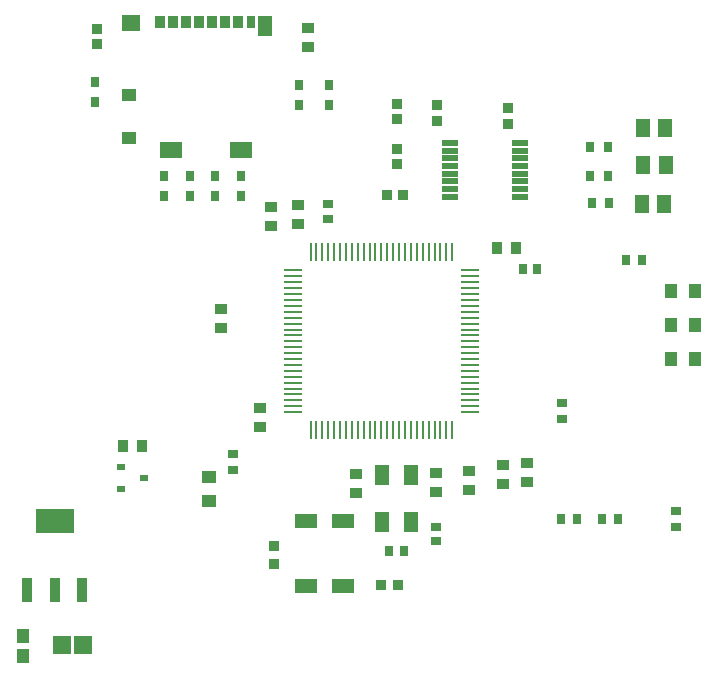
<source format=gtp>
G04*
G04 #@! TF.GenerationSoftware,Altium Limited,Altium Designer,21.4.1 (30)*
G04*
G04 Layer_Color=8421504*
%FSLAX25Y25*%
%MOIN*%
G70*
G04*
G04 #@! TF.SameCoordinates,5141BEB0-0B1F-41B6-A3F9-944F83B17515*
G04*
G04*
G04 #@! TF.FilePolarity,Positive*
G04*
G01*
G75*
%ADD16R,0.03937X0.03543*%
%ADD17R,0.03150X0.03543*%
%ADD18R,0.03543X0.02953*%
%ADD19O,0.00984X0.06102*%
%ADD20O,0.06102X0.00984*%
%ADD21R,0.03347X0.03543*%
%ADD22R,0.03543X0.03347*%
%ADD23R,0.02953X0.04331*%
%ADD24R,0.03347X0.04331*%
%ADD25R,0.04724X0.03937*%
%ADD26R,0.07480X0.05315*%
%ADD27R,0.04606X0.07087*%
%ADD28R,0.06102X0.05315*%
G04:AMPARAMS|DCode=29|XSize=17.72mil|YSize=55.12mil|CornerRadius=1.95mil|HoleSize=0mil|Usage=FLASHONLY|Rotation=90.000|XOffset=0mil|YOffset=0mil|HoleType=Round|Shape=RoundedRectangle|*
%AMROUNDEDRECTD29*
21,1,0.01772,0.05122,0,0,90.0*
21,1,0.01382,0.05512,0,0,90.0*
1,1,0.00390,0.02561,0.00691*
1,1,0.00390,0.02561,-0.00691*
1,1,0.00390,-0.02561,-0.00691*
1,1,0.00390,-0.02561,0.00691*
%
%ADD29ROUNDEDRECTD29*%
%ADD30R,0.04000X0.05000*%
%ADD31R,0.12795X0.08465*%
%ADD32R,0.03740X0.08465*%
%ADD33R,0.03985X0.04562*%
%ADD34R,0.06213X0.06127*%
%ADD35R,0.03543X0.03937*%
%ADD36R,0.02953X0.03543*%
%ADD37R,0.03591X0.03772*%
%ADD38R,0.03772X0.03591*%
%ADD39R,0.05118X0.05906*%
%ADD40R,0.03197X0.02593*%
%ADD41R,0.04724X0.07087*%
%ADD42R,0.02756X0.02362*%
%ADD43R,0.02593X0.03197*%
%ADD44R,0.05000X0.04000*%
%ADD45R,0.07480X0.05118*%
%ADD46R,0.02756X0.03543*%
D16*
X537000Y312150D02*
D03*
Y305850D02*
D03*
X610000Y160850D02*
D03*
Y167150D02*
D03*
X553000Y157201D02*
D03*
Y163500D02*
D03*
X508000Y218650D02*
D03*
X602000Y160350D02*
D03*
X524500Y252650D02*
D03*
X533500Y253150D02*
D03*
X521000Y185500D02*
D03*
X579500Y157701D02*
D03*
X590500Y158350D02*
D03*
X602000Y166650D02*
D03*
X524500Y246350D02*
D03*
X533500Y246850D02*
D03*
X521000Y179201D02*
D03*
X579500Y164000D02*
D03*
X590500Y164650D02*
D03*
X508000Y212350D02*
D03*
D17*
X514500Y256307D02*
D03*
Y263000D02*
D03*
X497500Y256307D02*
D03*
Y263000D02*
D03*
X534000Y286653D02*
D03*
Y293347D02*
D03*
X544000Y286653D02*
D03*
Y293347D02*
D03*
X489000Y256307D02*
D03*
Y263000D02*
D03*
X506000Y256307D02*
D03*
Y263000D02*
D03*
X466000Y287653D02*
D03*
Y294346D02*
D03*
D18*
X543500Y253500D02*
D03*
Y248776D02*
D03*
X579500Y146000D02*
D03*
Y141276D02*
D03*
D19*
X537815Y178248D02*
D03*
X539783D02*
D03*
X541752D02*
D03*
X543720D02*
D03*
X545689D02*
D03*
X547657D02*
D03*
X549626D02*
D03*
X551594D02*
D03*
X553563D02*
D03*
X559469D02*
D03*
X561437D02*
D03*
X563406D02*
D03*
X565374D02*
D03*
X567343D02*
D03*
X569311D02*
D03*
X571279D02*
D03*
X581122D02*
D03*
X583090D02*
D03*
X585059D02*
D03*
Y237500D02*
D03*
X583090D02*
D03*
X581122D02*
D03*
X579153D02*
D03*
X577185D02*
D03*
X575216D02*
D03*
X573248D02*
D03*
X571279D02*
D03*
X569311D02*
D03*
X567343D02*
D03*
X565374D02*
D03*
X563406D02*
D03*
X561437D02*
D03*
X559469D02*
D03*
X557500D02*
D03*
X555532D02*
D03*
X553563D02*
D03*
X551594D02*
D03*
X549626D02*
D03*
X547657D02*
D03*
X545689D02*
D03*
X543720D02*
D03*
X541752D02*
D03*
X537815D02*
D03*
X579153Y178248D02*
D03*
X577185D02*
D03*
X573248D02*
D03*
X557500D02*
D03*
X539783Y237500D02*
D03*
X575216Y178248D02*
D03*
X555532D02*
D03*
D20*
X591063Y184252D02*
D03*
Y190157D02*
D03*
Y192126D02*
D03*
Y194095D02*
D03*
Y196063D02*
D03*
Y198031D02*
D03*
Y200000D02*
D03*
Y201969D02*
D03*
Y203937D02*
D03*
Y205906D02*
D03*
Y207874D02*
D03*
Y209842D02*
D03*
Y211811D02*
D03*
Y213779D02*
D03*
Y215748D02*
D03*
Y217717D02*
D03*
Y219685D02*
D03*
Y221654D02*
D03*
Y223622D02*
D03*
Y225590D02*
D03*
Y227559D02*
D03*
Y229528D02*
D03*
X531811Y231496D02*
D03*
Y229528D02*
D03*
Y227559D02*
D03*
Y225590D02*
D03*
Y223622D02*
D03*
Y221654D02*
D03*
Y219685D02*
D03*
Y217717D02*
D03*
Y215748D02*
D03*
Y213779D02*
D03*
Y211811D02*
D03*
Y209842D02*
D03*
Y207874D02*
D03*
Y205906D02*
D03*
Y203937D02*
D03*
Y201969D02*
D03*
Y200000D02*
D03*
Y198031D02*
D03*
Y196063D02*
D03*
Y194095D02*
D03*
Y192126D02*
D03*
Y190157D02*
D03*
Y188189D02*
D03*
Y184252D02*
D03*
X591063Y231496D02*
D03*
Y188189D02*
D03*
X531811Y186221D02*
D03*
X591063D02*
D03*
D21*
X568559Y256500D02*
D03*
X563441D02*
D03*
D22*
X566500Y272059D02*
D03*
Y266941D02*
D03*
Y287059D02*
D03*
Y281941D02*
D03*
X466500Y306941D02*
D03*
Y312059D02*
D03*
X603500Y285559D02*
D03*
Y280441D02*
D03*
X580000Y286500D02*
D03*
Y281382D02*
D03*
D23*
X517864Y314309D02*
D03*
D24*
X513730D02*
D03*
X505069D02*
D03*
X496408D02*
D03*
X492077D02*
D03*
X487746D02*
D03*
X500738D02*
D03*
X509400D02*
D03*
D25*
X477372Y275530D02*
D03*
Y290096D02*
D03*
D26*
X491152Y271691D02*
D03*
X514655D02*
D03*
D27*
X522628Y312931D02*
D03*
D28*
X478061Y313817D02*
D03*
D29*
X607614Y256043D02*
D03*
Y258602D02*
D03*
Y261161D02*
D03*
Y263720D02*
D03*
Y266280D02*
D03*
Y268839D02*
D03*
Y271398D02*
D03*
Y273957D02*
D03*
X584386Y256043D02*
D03*
Y258602D02*
D03*
Y261161D02*
D03*
Y263720D02*
D03*
Y266280D02*
D03*
Y268839D02*
D03*
Y271398D02*
D03*
Y273957D02*
D03*
D30*
X665900Y202000D02*
D03*
X658000D02*
D03*
Y213250D02*
D03*
X665900D02*
D03*
X658000Y224500D02*
D03*
X665900D02*
D03*
D31*
X452500Y147917D02*
D03*
D32*
X461555Y125083D02*
D03*
X452500D02*
D03*
X443445D02*
D03*
D33*
X442000Y102990D02*
D03*
Y109500D02*
D03*
D34*
X455098Y106500D02*
D03*
X461902D02*
D03*
D35*
X475350Y173000D02*
D03*
X606150Y239000D02*
D03*
X599850D02*
D03*
X481650Y173000D02*
D03*
D36*
X613362Y232000D02*
D03*
X564138Y138000D02*
D03*
X608638Y232000D02*
D03*
X568862Y138000D02*
D03*
D37*
X525500Y133776D02*
D03*
Y139500D02*
D03*
D38*
X567000Y126500D02*
D03*
X561276D02*
D03*
D39*
X655740Y253500D02*
D03*
X656240Y266500D02*
D03*
X656000Y279000D02*
D03*
X648260Y253500D02*
D03*
X648760Y266500D02*
D03*
X648520Y279000D02*
D03*
D40*
X512000Y164836D02*
D03*
X659500Y145836D02*
D03*
X621500Y182000D02*
D03*
X659500Y151164D02*
D03*
X621500Y187328D02*
D03*
X512000Y170164D02*
D03*
D41*
X561776Y147626D02*
D03*
X571224Y163374D02*
D03*
Y147626D02*
D03*
X561776Y163374D02*
D03*
D42*
X474500Y158520D02*
D03*
Y166000D02*
D03*
X482374Y162260D02*
D03*
D43*
X621336Y148500D02*
D03*
X634836D02*
D03*
X648328Y235000D02*
D03*
X626664Y148500D02*
D03*
X640164D02*
D03*
X643000Y235000D02*
D03*
D44*
X504000Y154600D02*
D03*
Y162500D02*
D03*
D45*
X548799Y147827D02*
D03*
Y126173D02*
D03*
X536201D02*
D03*
Y147827D02*
D03*
D46*
X631547Y254000D02*
D03*
X637453D02*
D03*
X631047Y263000D02*
D03*
X636953D02*
D03*
X631094Y272500D02*
D03*
X637000D02*
D03*
M02*

</source>
